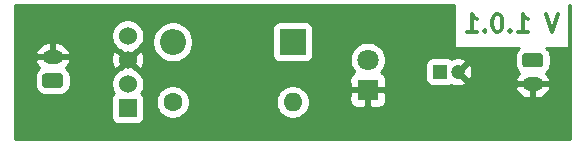
<source format=gbr>
G04 #@! TF.GenerationSoftware,KiCad,Pcbnew,(5.1.5)-3*
G04 #@! TF.CreationDate,2020-06-09T23:44:10+01:00*
G04 #@! TF.ProjectId,gardenlight,67617264-656e-46c6-9967-68742e6b6963,1.0.1*
G04 #@! TF.SameCoordinates,Original*
G04 #@! TF.FileFunction,Copper,L2,Bot*
G04 #@! TF.FilePolarity,Positive*
%FSLAX46Y46*%
G04 Gerber Fmt 4.6, Leading zero omitted, Abs format (unit mm)*
G04 Created by KiCad (PCBNEW (5.1.5)-3) date 2020-06-09 23:44:10*
%MOMM*%
%LPD*%
G04 APERTURE LIST*
%ADD10C,0.300000*%
%ADD11O,1.750000X1.200000*%
%ADD12C,0.150000*%
%ADD13R,1.200000X1.200000*%
%ADD14C,1.200000*%
%ADD15R,2.200000X2.200000*%
%ADD16O,2.200000X2.200000*%
%ADD17R,1.800000X1.800000*%
%ADD18C,1.800000*%
%ADD19C,1.600000*%
%ADD20O,1.600000X1.600000*%
%ADD21R,1.524000X1.524000*%
%ADD22C,1.524000*%
%ADD23C,0.254000*%
G04 APERTURE END LIST*
D10*
X143120571Y-81474571D02*
X142620571Y-82974571D01*
X142120571Y-81474571D01*
X139692000Y-82974571D02*
X140549142Y-82974571D01*
X140120571Y-82974571D02*
X140120571Y-81474571D01*
X140263428Y-81688857D01*
X140406285Y-81831714D01*
X140549142Y-81903142D01*
X139049142Y-82831714D02*
X138977714Y-82903142D01*
X139049142Y-82974571D01*
X139120571Y-82903142D01*
X139049142Y-82831714D01*
X139049142Y-82974571D01*
X138049142Y-81474571D02*
X137906285Y-81474571D01*
X137763428Y-81546000D01*
X137692000Y-81617428D01*
X137620571Y-81760285D01*
X137549142Y-82046000D01*
X137549142Y-82403142D01*
X137620571Y-82688857D01*
X137692000Y-82831714D01*
X137763428Y-82903142D01*
X137906285Y-82974571D01*
X138049142Y-82974571D01*
X138192000Y-82903142D01*
X138263428Y-82831714D01*
X138334857Y-82688857D01*
X138406285Y-82403142D01*
X138406285Y-82046000D01*
X138334857Y-81760285D01*
X138263428Y-81617428D01*
X138192000Y-81546000D01*
X138049142Y-81474571D01*
X136906285Y-82831714D02*
X136834857Y-82903142D01*
X136906285Y-82974571D01*
X136977714Y-82903142D01*
X136906285Y-82831714D01*
X136906285Y-82974571D01*
X135406285Y-82974571D02*
X136263428Y-82974571D01*
X135834857Y-82974571D02*
X135834857Y-81474571D01*
X135977714Y-81688857D01*
X136120571Y-81831714D01*
X136263428Y-81903142D01*
D11*
X140970000Y-87376000D03*
G04 #@! TA.AperFunction,ComponentPad*
D12*
G36*
X141619505Y-84777204D02*
G01*
X141643773Y-84780804D01*
X141667572Y-84786765D01*
X141690671Y-84795030D01*
X141712850Y-84805520D01*
X141733893Y-84818132D01*
X141753599Y-84832747D01*
X141771777Y-84849223D01*
X141788253Y-84867401D01*
X141802868Y-84887107D01*
X141815480Y-84908150D01*
X141825970Y-84930329D01*
X141834235Y-84953428D01*
X141840196Y-84977227D01*
X141843796Y-85001495D01*
X141845000Y-85025999D01*
X141845000Y-85726001D01*
X141843796Y-85750505D01*
X141840196Y-85774773D01*
X141834235Y-85798572D01*
X141825970Y-85821671D01*
X141815480Y-85843850D01*
X141802868Y-85864893D01*
X141788253Y-85884599D01*
X141771777Y-85902777D01*
X141753599Y-85919253D01*
X141733893Y-85933868D01*
X141712850Y-85946480D01*
X141690671Y-85956970D01*
X141667572Y-85965235D01*
X141643773Y-85971196D01*
X141619505Y-85974796D01*
X141595001Y-85976000D01*
X140344999Y-85976000D01*
X140320495Y-85974796D01*
X140296227Y-85971196D01*
X140272428Y-85965235D01*
X140249329Y-85956970D01*
X140227150Y-85946480D01*
X140206107Y-85933868D01*
X140186401Y-85919253D01*
X140168223Y-85902777D01*
X140151747Y-85884599D01*
X140137132Y-85864893D01*
X140124520Y-85843850D01*
X140114030Y-85821671D01*
X140105765Y-85798572D01*
X140099804Y-85774773D01*
X140096204Y-85750505D01*
X140095000Y-85726001D01*
X140095000Y-85025999D01*
X140096204Y-85001495D01*
X140099804Y-84977227D01*
X140105765Y-84953428D01*
X140114030Y-84930329D01*
X140124520Y-84908150D01*
X140137132Y-84887107D01*
X140151747Y-84867401D01*
X140168223Y-84849223D01*
X140186401Y-84832747D01*
X140206107Y-84818132D01*
X140227150Y-84805520D01*
X140249329Y-84795030D01*
X140272428Y-84786765D01*
X140296227Y-84780804D01*
X140320495Y-84777204D01*
X140344999Y-84776000D01*
X141595001Y-84776000D01*
X141619505Y-84777204D01*
G37*
G04 #@! TD.AperFunction*
D13*
X133120000Y-86360000D03*
D14*
X134620000Y-86360000D03*
D15*
X120650000Y-83820000D03*
D16*
X110490000Y-83820000D03*
D17*
X127000000Y-87884000D03*
D18*
X127000000Y-85344000D03*
D19*
X110490000Y-88900000D03*
D20*
X120650000Y-88900000D03*
G04 #@! TA.AperFunction,ComponentPad*
D12*
G36*
X100979505Y-86491204D02*
G01*
X101003773Y-86494804D01*
X101027572Y-86500765D01*
X101050671Y-86509030D01*
X101072850Y-86519520D01*
X101093893Y-86532132D01*
X101113599Y-86546747D01*
X101131777Y-86563223D01*
X101148253Y-86581401D01*
X101162868Y-86601107D01*
X101175480Y-86622150D01*
X101185970Y-86644329D01*
X101194235Y-86667428D01*
X101200196Y-86691227D01*
X101203796Y-86715495D01*
X101205000Y-86739999D01*
X101205000Y-87440001D01*
X101203796Y-87464505D01*
X101200196Y-87488773D01*
X101194235Y-87512572D01*
X101185970Y-87535671D01*
X101175480Y-87557850D01*
X101162868Y-87578893D01*
X101148253Y-87598599D01*
X101131777Y-87616777D01*
X101113599Y-87633253D01*
X101093893Y-87647868D01*
X101072850Y-87660480D01*
X101050671Y-87670970D01*
X101027572Y-87679235D01*
X101003773Y-87685196D01*
X100979505Y-87688796D01*
X100955001Y-87690000D01*
X99704999Y-87690000D01*
X99680495Y-87688796D01*
X99656227Y-87685196D01*
X99632428Y-87679235D01*
X99609329Y-87670970D01*
X99587150Y-87660480D01*
X99566107Y-87647868D01*
X99546401Y-87633253D01*
X99528223Y-87616777D01*
X99511747Y-87598599D01*
X99497132Y-87578893D01*
X99484520Y-87557850D01*
X99474030Y-87535671D01*
X99465765Y-87512572D01*
X99459804Y-87488773D01*
X99456204Y-87464505D01*
X99455000Y-87440001D01*
X99455000Y-86739999D01*
X99456204Y-86715495D01*
X99459804Y-86691227D01*
X99465765Y-86667428D01*
X99474030Y-86644329D01*
X99484520Y-86622150D01*
X99497132Y-86601107D01*
X99511747Y-86581401D01*
X99528223Y-86563223D01*
X99546401Y-86546747D01*
X99566107Y-86532132D01*
X99587150Y-86519520D01*
X99609329Y-86509030D01*
X99632428Y-86500765D01*
X99656227Y-86494804D01*
X99680495Y-86491204D01*
X99704999Y-86490000D01*
X100955001Y-86490000D01*
X100979505Y-86491204D01*
G37*
G04 #@! TD.AperFunction*
D11*
X100330000Y-85090000D03*
D21*
X106680000Y-89408000D03*
D22*
X106680000Y-87376000D03*
X106680000Y-85344000D03*
X106680000Y-83312000D03*
D23*
G36*
X134335572Y-84326000D02*
G01*
X139804816Y-84326000D01*
X139717038Y-84398038D01*
X139606595Y-84532613D01*
X139524528Y-84686149D01*
X139473992Y-84852745D01*
X139456928Y-85025999D01*
X139456928Y-85726001D01*
X139473992Y-85899255D01*
X139524528Y-86065851D01*
X139606595Y-86219387D01*
X139717038Y-86353962D01*
X139851613Y-86464405D01*
X139856406Y-86466967D01*
X139731922Y-86592526D01*
X139597579Y-86795467D01*
X139505409Y-87020718D01*
X139501538Y-87058391D01*
X139626269Y-87249000D01*
X140843000Y-87249000D01*
X140843000Y-87229000D01*
X141097000Y-87229000D01*
X141097000Y-87249000D01*
X142313731Y-87249000D01*
X142438462Y-87058391D01*
X142434591Y-87020718D01*
X142342421Y-86795467D01*
X142208078Y-86592526D01*
X142083594Y-86466967D01*
X142088387Y-86464405D01*
X142222962Y-86353962D01*
X142333405Y-86219387D01*
X142415472Y-86065851D01*
X142466008Y-85899255D01*
X142483072Y-85726001D01*
X142483072Y-85025999D01*
X142466008Y-84852745D01*
X142415472Y-84686149D01*
X142333405Y-84532613D01*
X142222962Y-84398038D01*
X142135184Y-84326000D01*
X144048429Y-84326000D01*
X144048429Y-80670000D01*
X144120000Y-80670000D01*
X144120001Y-92050000D01*
X97180000Y-92050000D01*
X97180000Y-88646000D01*
X105279928Y-88646000D01*
X105279928Y-90170000D01*
X105292188Y-90294482D01*
X105328498Y-90414180D01*
X105387463Y-90524494D01*
X105466815Y-90621185D01*
X105563506Y-90700537D01*
X105673820Y-90759502D01*
X105793518Y-90795812D01*
X105918000Y-90808072D01*
X107442000Y-90808072D01*
X107566482Y-90795812D01*
X107686180Y-90759502D01*
X107796494Y-90700537D01*
X107893185Y-90621185D01*
X107972537Y-90524494D01*
X108031502Y-90414180D01*
X108067812Y-90294482D01*
X108080072Y-90170000D01*
X108080072Y-88758665D01*
X109055000Y-88758665D01*
X109055000Y-89041335D01*
X109110147Y-89318574D01*
X109218320Y-89579727D01*
X109375363Y-89814759D01*
X109575241Y-90014637D01*
X109810273Y-90171680D01*
X110071426Y-90279853D01*
X110348665Y-90335000D01*
X110631335Y-90335000D01*
X110908574Y-90279853D01*
X111169727Y-90171680D01*
X111404759Y-90014637D01*
X111604637Y-89814759D01*
X111761680Y-89579727D01*
X111869853Y-89318574D01*
X111925000Y-89041335D01*
X111925000Y-88758665D01*
X119215000Y-88758665D01*
X119215000Y-89041335D01*
X119270147Y-89318574D01*
X119378320Y-89579727D01*
X119535363Y-89814759D01*
X119735241Y-90014637D01*
X119970273Y-90171680D01*
X120231426Y-90279853D01*
X120508665Y-90335000D01*
X120791335Y-90335000D01*
X121068574Y-90279853D01*
X121329727Y-90171680D01*
X121564759Y-90014637D01*
X121764637Y-89814759D01*
X121921680Y-89579727D01*
X122029853Y-89318574D01*
X122085000Y-89041335D01*
X122085000Y-88784000D01*
X125461928Y-88784000D01*
X125474188Y-88908482D01*
X125510498Y-89028180D01*
X125569463Y-89138494D01*
X125648815Y-89235185D01*
X125745506Y-89314537D01*
X125855820Y-89373502D01*
X125975518Y-89409812D01*
X126100000Y-89422072D01*
X126714250Y-89419000D01*
X126873000Y-89260250D01*
X126873000Y-88011000D01*
X127127000Y-88011000D01*
X127127000Y-89260250D01*
X127285750Y-89419000D01*
X127900000Y-89422072D01*
X128024482Y-89409812D01*
X128144180Y-89373502D01*
X128254494Y-89314537D01*
X128351185Y-89235185D01*
X128430537Y-89138494D01*
X128489502Y-89028180D01*
X128525812Y-88908482D01*
X128538072Y-88784000D01*
X128535000Y-88169750D01*
X128376250Y-88011000D01*
X127127000Y-88011000D01*
X126873000Y-88011000D01*
X125623750Y-88011000D01*
X125465000Y-88169750D01*
X125461928Y-88784000D01*
X122085000Y-88784000D01*
X122085000Y-88758665D01*
X122029853Y-88481426D01*
X121921680Y-88220273D01*
X121764637Y-87985241D01*
X121564759Y-87785363D01*
X121329727Y-87628320D01*
X121068574Y-87520147D01*
X120791335Y-87465000D01*
X120508665Y-87465000D01*
X120231426Y-87520147D01*
X119970273Y-87628320D01*
X119735241Y-87785363D01*
X119535363Y-87985241D01*
X119378320Y-88220273D01*
X119270147Y-88481426D01*
X119215000Y-88758665D01*
X111925000Y-88758665D01*
X111869853Y-88481426D01*
X111761680Y-88220273D01*
X111604637Y-87985241D01*
X111404759Y-87785363D01*
X111169727Y-87628320D01*
X110908574Y-87520147D01*
X110631335Y-87465000D01*
X110348665Y-87465000D01*
X110071426Y-87520147D01*
X109810273Y-87628320D01*
X109575241Y-87785363D01*
X109375363Y-87985241D01*
X109218320Y-88220273D01*
X109110147Y-88481426D01*
X109055000Y-88758665D01*
X108080072Y-88758665D01*
X108080072Y-88646000D01*
X108067812Y-88521518D01*
X108031502Y-88401820D01*
X107972537Y-88291506D01*
X107893185Y-88194815D01*
X107841425Y-88152337D01*
X107918005Y-88037727D01*
X108023314Y-87783490D01*
X108077000Y-87513592D01*
X108077000Y-87238408D01*
X108026396Y-86984000D01*
X125461928Y-86984000D01*
X125465000Y-87598250D01*
X125623750Y-87757000D01*
X126873000Y-87757000D01*
X126873000Y-87737000D01*
X127127000Y-87737000D01*
X127127000Y-87757000D01*
X128376250Y-87757000D01*
X128439641Y-87693609D01*
X139501538Y-87693609D01*
X139505409Y-87731282D01*
X139597579Y-87956533D01*
X139731922Y-88159474D01*
X139903275Y-88332307D01*
X140105054Y-88468390D01*
X140329504Y-88562493D01*
X140568000Y-88611000D01*
X140843000Y-88611000D01*
X140843000Y-87503000D01*
X141097000Y-87503000D01*
X141097000Y-88611000D01*
X141372000Y-88611000D01*
X141610496Y-88562493D01*
X141834946Y-88468390D01*
X142036725Y-88332307D01*
X142208078Y-88159474D01*
X142342421Y-87956533D01*
X142434591Y-87731282D01*
X142438462Y-87693609D01*
X142313731Y-87503000D01*
X141097000Y-87503000D01*
X140843000Y-87503000D01*
X139626269Y-87503000D01*
X139501538Y-87693609D01*
X128439641Y-87693609D01*
X128535000Y-87598250D01*
X128538072Y-86984000D01*
X128525812Y-86859518D01*
X128489502Y-86739820D01*
X128430537Y-86629506D01*
X128351185Y-86532815D01*
X128254494Y-86453463D01*
X128144180Y-86394498D01*
X128125873Y-86388944D01*
X128192312Y-86322505D01*
X128360299Y-86071095D01*
X128476011Y-85791743D01*
X128482325Y-85760000D01*
X131881928Y-85760000D01*
X131881928Y-86960000D01*
X131894188Y-87084482D01*
X131930498Y-87204180D01*
X131989463Y-87314494D01*
X132068815Y-87411185D01*
X132165506Y-87490537D01*
X132275820Y-87549502D01*
X132395518Y-87585812D01*
X132520000Y-87598072D01*
X133720000Y-87598072D01*
X133844482Y-87585812D01*
X133964180Y-87549502D01*
X134074494Y-87490537D01*
X134091681Y-87476432D01*
X134218516Y-87534237D01*
X134455313Y-87590000D01*
X134698438Y-87598495D01*
X134938549Y-87559395D01*
X135166418Y-87474202D01*
X135242852Y-87433348D01*
X135290159Y-87209764D01*
X134620000Y-86539605D01*
X134605858Y-86553748D01*
X134426253Y-86374143D01*
X134440395Y-86360000D01*
X134799605Y-86360000D01*
X135469764Y-87030159D01*
X135693348Y-86982852D01*
X135794237Y-86761484D01*
X135850000Y-86524687D01*
X135858495Y-86281562D01*
X135819395Y-86041451D01*
X135734202Y-85813582D01*
X135693348Y-85737148D01*
X135469764Y-85689841D01*
X134799605Y-86360000D01*
X134440395Y-86360000D01*
X134426253Y-86345858D01*
X134605858Y-86166253D01*
X134620000Y-86180395D01*
X135290159Y-85510236D01*
X135242852Y-85286652D01*
X135021484Y-85185763D01*
X134784687Y-85130000D01*
X134541562Y-85121505D01*
X134301451Y-85160605D01*
X134087883Y-85240451D01*
X134074494Y-85229463D01*
X133964180Y-85170498D01*
X133844482Y-85134188D01*
X133720000Y-85121928D01*
X132520000Y-85121928D01*
X132395518Y-85134188D01*
X132275820Y-85170498D01*
X132165506Y-85229463D01*
X132068815Y-85308815D01*
X131989463Y-85405506D01*
X131930498Y-85515820D01*
X131894188Y-85635518D01*
X131881928Y-85760000D01*
X128482325Y-85760000D01*
X128535000Y-85495184D01*
X128535000Y-85192816D01*
X128476011Y-84896257D01*
X128360299Y-84616905D01*
X128192312Y-84365495D01*
X127978505Y-84151688D01*
X127727095Y-83983701D01*
X127447743Y-83867989D01*
X127151184Y-83809000D01*
X126848816Y-83809000D01*
X126552257Y-83867989D01*
X126272905Y-83983701D01*
X126021495Y-84151688D01*
X125807688Y-84365495D01*
X125639701Y-84616905D01*
X125523989Y-84896257D01*
X125465000Y-85192816D01*
X125465000Y-85495184D01*
X125523989Y-85791743D01*
X125639701Y-86071095D01*
X125807688Y-86322505D01*
X125874127Y-86388944D01*
X125855820Y-86394498D01*
X125745506Y-86453463D01*
X125648815Y-86532815D01*
X125569463Y-86629506D01*
X125510498Y-86739820D01*
X125474188Y-86859518D01*
X125461928Y-86984000D01*
X108026396Y-86984000D01*
X108023314Y-86968510D01*
X107918005Y-86714273D01*
X107765120Y-86485465D01*
X107570535Y-86290880D01*
X107341727Y-86137995D01*
X107260917Y-86104522D01*
X106680000Y-85523605D01*
X106099083Y-86104522D01*
X106018273Y-86137995D01*
X105789465Y-86290880D01*
X105594880Y-86485465D01*
X105441995Y-86714273D01*
X105336686Y-86968510D01*
X105283000Y-87238408D01*
X105283000Y-87513592D01*
X105336686Y-87783490D01*
X105441995Y-88037727D01*
X105518575Y-88152337D01*
X105466815Y-88194815D01*
X105387463Y-88291506D01*
X105328498Y-88401820D01*
X105292188Y-88521518D01*
X105279928Y-88646000D01*
X97180000Y-88646000D01*
X97180000Y-86739999D01*
X98816928Y-86739999D01*
X98816928Y-87440001D01*
X98833992Y-87613255D01*
X98884528Y-87779851D01*
X98966595Y-87933387D01*
X99077038Y-88067962D01*
X99211613Y-88178405D01*
X99365149Y-88260472D01*
X99531745Y-88311008D01*
X99704999Y-88328072D01*
X100955001Y-88328072D01*
X101128255Y-88311008D01*
X101294851Y-88260472D01*
X101448387Y-88178405D01*
X101582962Y-88067962D01*
X101693405Y-87933387D01*
X101775472Y-87779851D01*
X101826008Y-87613255D01*
X101843072Y-87440001D01*
X101843072Y-86739999D01*
X101826008Y-86566745D01*
X101775472Y-86400149D01*
X101693405Y-86246613D01*
X101582962Y-86112038D01*
X101448387Y-86001595D01*
X101443594Y-85999033D01*
X101568078Y-85873474D01*
X101702421Y-85670533D01*
X101794591Y-85445282D01*
X101797598Y-85416017D01*
X105278090Y-85416017D01*
X105319078Y-85688133D01*
X105412364Y-85947023D01*
X105474344Y-86062980D01*
X105714435Y-86129960D01*
X106500395Y-85344000D01*
X106859605Y-85344000D01*
X107645565Y-86129960D01*
X107885656Y-86062980D01*
X108002756Y-85813952D01*
X108069023Y-85546865D01*
X108081910Y-85271983D01*
X108040922Y-84999867D01*
X107947636Y-84740977D01*
X107885656Y-84625020D01*
X107645565Y-84558040D01*
X106859605Y-85344000D01*
X106500395Y-85344000D01*
X105714435Y-84558040D01*
X105474344Y-84625020D01*
X105357244Y-84874048D01*
X105290977Y-85141135D01*
X105278090Y-85416017D01*
X101797598Y-85416017D01*
X101798462Y-85407609D01*
X101673731Y-85217000D01*
X100457000Y-85217000D01*
X100457000Y-85237000D01*
X100203000Y-85237000D01*
X100203000Y-85217000D01*
X98986269Y-85217000D01*
X98861538Y-85407609D01*
X98865409Y-85445282D01*
X98957579Y-85670533D01*
X99091922Y-85873474D01*
X99216406Y-85999033D01*
X99211613Y-86001595D01*
X99077038Y-86112038D01*
X98966595Y-86246613D01*
X98884528Y-86400149D01*
X98833992Y-86566745D01*
X98816928Y-86739999D01*
X97180000Y-86739999D01*
X97180000Y-84772391D01*
X98861538Y-84772391D01*
X98986269Y-84963000D01*
X100203000Y-84963000D01*
X100203000Y-83855000D01*
X100457000Y-83855000D01*
X100457000Y-84963000D01*
X101673731Y-84963000D01*
X101798462Y-84772391D01*
X101794591Y-84734718D01*
X101702421Y-84509467D01*
X101568078Y-84306526D01*
X101396725Y-84133693D01*
X101194946Y-83997610D01*
X100970496Y-83903507D01*
X100732000Y-83855000D01*
X100457000Y-83855000D01*
X100203000Y-83855000D01*
X99928000Y-83855000D01*
X99689504Y-83903507D01*
X99465054Y-83997610D01*
X99263275Y-84133693D01*
X99091922Y-84306526D01*
X98957579Y-84509467D01*
X98865409Y-84734718D01*
X98861538Y-84772391D01*
X97180000Y-84772391D01*
X97180000Y-83174408D01*
X105283000Y-83174408D01*
X105283000Y-83449592D01*
X105336686Y-83719490D01*
X105441995Y-83973727D01*
X105594880Y-84202535D01*
X105789465Y-84397120D01*
X106018273Y-84550005D01*
X106099083Y-84583478D01*
X106680000Y-85164395D01*
X107260917Y-84583478D01*
X107341727Y-84550005D01*
X107570535Y-84397120D01*
X107765120Y-84202535D01*
X107918005Y-83973727D01*
X108023314Y-83719490D01*
X108037312Y-83649117D01*
X108755000Y-83649117D01*
X108755000Y-83990883D01*
X108821675Y-84326081D01*
X108952463Y-84641831D01*
X109142337Y-84925998D01*
X109384002Y-85167663D01*
X109668169Y-85357537D01*
X109983919Y-85488325D01*
X110319117Y-85555000D01*
X110660883Y-85555000D01*
X110996081Y-85488325D01*
X111311831Y-85357537D01*
X111595998Y-85167663D01*
X111837663Y-84925998D01*
X112027537Y-84641831D01*
X112158325Y-84326081D01*
X112225000Y-83990883D01*
X112225000Y-83649117D01*
X112158325Y-83313919D01*
X112027537Y-82998169D01*
X111841671Y-82720000D01*
X118911928Y-82720000D01*
X118911928Y-84920000D01*
X118924188Y-85044482D01*
X118960498Y-85164180D01*
X119019463Y-85274494D01*
X119098815Y-85371185D01*
X119195506Y-85450537D01*
X119305820Y-85509502D01*
X119425518Y-85545812D01*
X119550000Y-85558072D01*
X121750000Y-85558072D01*
X121874482Y-85545812D01*
X121994180Y-85509502D01*
X122104494Y-85450537D01*
X122201185Y-85371185D01*
X122280537Y-85274494D01*
X122339502Y-85164180D01*
X122375812Y-85044482D01*
X122388072Y-84920000D01*
X122388072Y-82720000D01*
X122375812Y-82595518D01*
X122339502Y-82475820D01*
X122280537Y-82365506D01*
X122201185Y-82268815D01*
X122104494Y-82189463D01*
X121994180Y-82130498D01*
X121874482Y-82094188D01*
X121750000Y-82081928D01*
X119550000Y-82081928D01*
X119425518Y-82094188D01*
X119305820Y-82130498D01*
X119195506Y-82189463D01*
X119098815Y-82268815D01*
X119019463Y-82365506D01*
X118960498Y-82475820D01*
X118924188Y-82595518D01*
X118911928Y-82720000D01*
X111841671Y-82720000D01*
X111837663Y-82714002D01*
X111595998Y-82472337D01*
X111311831Y-82282463D01*
X110996081Y-82151675D01*
X110660883Y-82085000D01*
X110319117Y-82085000D01*
X109983919Y-82151675D01*
X109668169Y-82282463D01*
X109384002Y-82472337D01*
X109142337Y-82714002D01*
X108952463Y-82998169D01*
X108821675Y-83313919D01*
X108755000Y-83649117D01*
X108037312Y-83649117D01*
X108077000Y-83449592D01*
X108077000Y-83174408D01*
X108023314Y-82904510D01*
X107918005Y-82650273D01*
X107765120Y-82421465D01*
X107570535Y-82226880D01*
X107341727Y-82073995D01*
X107087490Y-81968686D01*
X106817592Y-81915000D01*
X106542408Y-81915000D01*
X106272510Y-81968686D01*
X106018273Y-82073995D01*
X105789465Y-82226880D01*
X105594880Y-82421465D01*
X105441995Y-82650273D01*
X105336686Y-82904510D01*
X105283000Y-83174408D01*
X97180000Y-83174408D01*
X97180000Y-80670000D01*
X134335572Y-80670000D01*
X134335572Y-84326000D01*
G37*
X134335572Y-84326000D02*
X139804816Y-84326000D01*
X139717038Y-84398038D01*
X139606595Y-84532613D01*
X139524528Y-84686149D01*
X139473992Y-84852745D01*
X139456928Y-85025999D01*
X139456928Y-85726001D01*
X139473992Y-85899255D01*
X139524528Y-86065851D01*
X139606595Y-86219387D01*
X139717038Y-86353962D01*
X139851613Y-86464405D01*
X139856406Y-86466967D01*
X139731922Y-86592526D01*
X139597579Y-86795467D01*
X139505409Y-87020718D01*
X139501538Y-87058391D01*
X139626269Y-87249000D01*
X140843000Y-87249000D01*
X140843000Y-87229000D01*
X141097000Y-87229000D01*
X141097000Y-87249000D01*
X142313731Y-87249000D01*
X142438462Y-87058391D01*
X142434591Y-87020718D01*
X142342421Y-86795467D01*
X142208078Y-86592526D01*
X142083594Y-86466967D01*
X142088387Y-86464405D01*
X142222962Y-86353962D01*
X142333405Y-86219387D01*
X142415472Y-86065851D01*
X142466008Y-85899255D01*
X142483072Y-85726001D01*
X142483072Y-85025999D01*
X142466008Y-84852745D01*
X142415472Y-84686149D01*
X142333405Y-84532613D01*
X142222962Y-84398038D01*
X142135184Y-84326000D01*
X144048429Y-84326000D01*
X144048429Y-80670000D01*
X144120000Y-80670000D01*
X144120001Y-92050000D01*
X97180000Y-92050000D01*
X97180000Y-88646000D01*
X105279928Y-88646000D01*
X105279928Y-90170000D01*
X105292188Y-90294482D01*
X105328498Y-90414180D01*
X105387463Y-90524494D01*
X105466815Y-90621185D01*
X105563506Y-90700537D01*
X105673820Y-90759502D01*
X105793518Y-90795812D01*
X105918000Y-90808072D01*
X107442000Y-90808072D01*
X107566482Y-90795812D01*
X107686180Y-90759502D01*
X107796494Y-90700537D01*
X107893185Y-90621185D01*
X107972537Y-90524494D01*
X108031502Y-90414180D01*
X108067812Y-90294482D01*
X108080072Y-90170000D01*
X108080072Y-88758665D01*
X109055000Y-88758665D01*
X109055000Y-89041335D01*
X109110147Y-89318574D01*
X109218320Y-89579727D01*
X109375363Y-89814759D01*
X109575241Y-90014637D01*
X109810273Y-90171680D01*
X110071426Y-90279853D01*
X110348665Y-90335000D01*
X110631335Y-90335000D01*
X110908574Y-90279853D01*
X111169727Y-90171680D01*
X111404759Y-90014637D01*
X111604637Y-89814759D01*
X111761680Y-89579727D01*
X111869853Y-89318574D01*
X111925000Y-89041335D01*
X111925000Y-88758665D01*
X119215000Y-88758665D01*
X119215000Y-89041335D01*
X119270147Y-89318574D01*
X119378320Y-89579727D01*
X119535363Y-89814759D01*
X119735241Y-90014637D01*
X119970273Y-90171680D01*
X120231426Y-90279853D01*
X120508665Y-90335000D01*
X120791335Y-90335000D01*
X121068574Y-90279853D01*
X121329727Y-90171680D01*
X121564759Y-90014637D01*
X121764637Y-89814759D01*
X121921680Y-89579727D01*
X122029853Y-89318574D01*
X122085000Y-89041335D01*
X122085000Y-88784000D01*
X125461928Y-88784000D01*
X125474188Y-88908482D01*
X125510498Y-89028180D01*
X125569463Y-89138494D01*
X125648815Y-89235185D01*
X125745506Y-89314537D01*
X125855820Y-89373502D01*
X125975518Y-89409812D01*
X126100000Y-89422072D01*
X126714250Y-89419000D01*
X126873000Y-89260250D01*
X126873000Y-88011000D01*
X127127000Y-88011000D01*
X127127000Y-89260250D01*
X127285750Y-89419000D01*
X127900000Y-89422072D01*
X128024482Y-89409812D01*
X128144180Y-89373502D01*
X128254494Y-89314537D01*
X128351185Y-89235185D01*
X128430537Y-89138494D01*
X128489502Y-89028180D01*
X128525812Y-88908482D01*
X128538072Y-88784000D01*
X128535000Y-88169750D01*
X128376250Y-88011000D01*
X127127000Y-88011000D01*
X126873000Y-88011000D01*
X125623750Y-88011000D01*
X125465000Y-88169750D01*
X125461928Y-88784000D01*
X122085000Y-88784000D01*
X122085000Y-88758665D01*
X122029853Y-88481426D01*
X121921680Y-88220273D01*
X121764637Y-87985241D01*
X121564759Y-87785363D01*
X121329727Y-87628320D01*
X121068574Y-87520147D01*
X120791335Y-87465000D01*
X120508665Y-87465000D01*
X120231426Y-87520147D01*
X119970273Y-87628320D01*
X119735241Y-87785363D01*
X119535363Y-87985241D01*
X119378320Y-88220273D01*
X119270147Y-88481426D01*
X119215000Y-88758665D01*
X111925000Y-88758665D01*
X111869853Y-88481426D01*
X111761680Y-88220273D01*
X111604637Y-87985241D01*
X111404759Y-87785363D01*
X111169727Y-87628320D01*
X110908574Y-87520147D01*
X110631335Y-87465000D01*
X110348665Y-87465000D01*
X110071426Y-87520147D01*
X109810273Y-87628320D01*
X109575241Y-87785363D01*
X109375363Y-87985241D01*
X109218320Y-88220273D01*
X109110147Y-88481426D01*
X109055000Y-88758665D01*
X108080072Y-88758665D01*
X108080072Y-88646000D01*
X108067812Y-88521518D01*
X108031502Y-88401820D01*
X107972537Y-88291506D01*
X107893185Y-88194815D01*
X107841425Y-88152337D01*
X107918005Y-88037727D01*
X108023314Y-87783490D01*
X108077000Y-87513592D01*
X108077000Y-87238408D01*
X108026396Y-86984000D01*
X125461928Y-86984000D01*
X125465000Y-87598250D01*
X125623750Y-87757000D01*
X126873000Y-87757000D01*
X126873000Y-87737000D01*
X127127000Y-87737000D01*
X127127000Y-87757000D01*
X128376250Y-87757000D01*
X128439641Y-87693609D01*
X139501538Y-87693609D01*
X139505409Y-87731282D01*
X139597579Y-87956533D01*
X139731922Y-88159474D01*
X139903275Y-88332307D01*
X140105054Y-88468390D01*
X140329504Y-88562493D01*
X140568000Y-88611000D01*
X140843000Y-88611000D01*
X140843000Y-87503000D01*
X141097000Y-87503000D01*
X141097000Y-88611000D01*
X141372000Y-88611000D01*
X141610496Y-88562493D01*
X141834946Y-88468390D01*
X142036725Y-88332307D01*
X142208078Y-88159474D01*
X142342421Y-87956533D01*
X142434591Y-87731282D01*
X142438462Y-87693609D01*
X142313731Y-87503000D01*
X141097000Y-87503000D01*
X140843000Y-87503000D01*
X139626269Y-87503000D01*
X139501538Y-87693609D01*
X128439641Y-87693609D01*
X128535000Y-87598250D01*
X128538072Y-86984000D01*
X128525812Y-86859518D01*
X128489502Y-86739820D01*
X128430537Y-86629506D01*
X128351185Y-86532815D01*
X128254494Y-86453463D01*
X128144180Y-86394498D01*
X128125873Y-86388944D01*
X128192312Y-86322505D01*
X128360299Y-86071095D01*
X128476011Y-85791743D01*
X128482325Y-85760000D01*
X131881928Y-85760000D01*
X131881928Y-86960000D01*
X131894188Y-87084482D01*
X131930498Y-87204180D01*
X131989463Y-87314494D01*
X132068815Y-87411185D01*
X132165506Y-87490537D01*
X132275820Y-87549502D01*
X132395518Y-87585812D01*
X132520000Y-87598072D01*
X133720000Y-87598072D01*
X133844482Y-87585812D01*
X133964180Y-87549502D01*
X134074494Y-87490537D01*
X134091681Y-87476432D01*
X134218516Y-87534237D01*
X134455313Y-87590000D01*
X134698438Y-87598495D01*
X134938549Y-87559395D01*
X135166418Y-87474202D01*
X135242852Y-87433348D01*
X135290159Y-87209764D01*
X134620000Y-86539605D01*
X134605858Y-86553748D01*
X134426253Y-86374143D01*
X134440395Y-86360000D01*
X134799605Y-86360000D01*
X135469764Y-87030159D01*
X135693348Y-86982852D01*
X135794237Y-86761484D01*
X135850000Y-86524687D01*
X135858495Y-86281562D01*
X135819395Y-86041451D01*
X135734202Y-85813582D01*
X135693348Y-85737148D01*
X135469764Y-85689841D01*
X134799605Y-86360000D01*
X134440395Y-86360000D01*
X134426253Y-86345858D01*
X134605858Y-86166253D01*
X134620000Y-86180395D01*
X135290159Y-85510236D01*
X135242852Y-85286652D01*
X135021484Y-85185763D01*
X134784687Y-85130000D01*
X134541562Y-85121505D01*
X134301451Y-85160605D01*
X134087883Y-85240451D01*
X134074494Y-85229463D01*
X133964180Y-85170498D01*
X133844482Y-85134188D01*
X133720000Y-85121928D01*
X132520000Y-85121928D01*
X132395518Y-85134188D01*
X132275820Y-85170498D01*
X132165506Y-85229463D01*
X132068815Y-85308815D01*
X131989463Y-85405506D01*
X131930498Y-85515820D01*
X131894188Y-85635518D01*
X131881928Y-85760000D01*
X128482325Y-85760000D01*
X128535000Y-85495184D01*
X128535000Y-85192816D01*
X128476011Y-84896257D01*
X128360299Y-84616905D01*
X128192312Y-84365495D01*
X127978505Y-84151688D01*
X127727095Y-83983701D01*
X127447743Y-83867989D01*
X127151184Y-83809000D01*
X126848816Y-83809000D01*
X126552257Y-83867989D01*
X126272905Y-83983701D01*
X126021495Y-84151688D01*
X125807688Y-84365495D01*
X125639701Y-84616905D01*
X125523989Y-84896257D01*
X125465000Y-85192816D01*
X125465000Y-85495184D01*
X125523989Y-85791743D01*
X125639701Y-86071095D01*
X125807688Y-86322505D01*
X125874127Y-86388944D01*
X125855820Y-86394498D01*
X125745506Y-86453463D01*
X125648815Y-86532815D01*
X125569463Y-86629506D01*
X125510498Y-86739820D01*
X125474188Y-86859518D01*
X125461928Y-86984000D01*
X108026396Y-86984000D01*
X108023314Y-86968510D01*
X107918005Y-86714273D01*
X107765120Y-86485465D01*
X107570535Y-86290880D01*
X107341727Y-86137995D01*
X107260917Y-86104522D01*
X106680000Y-85523605D01*
X106099083Y-86104522D01*
X106018273Y-86137995D01*
X105789465Y-86290880D01*
X105594880Y-86485465D01*
X105441995Y-86714273D01*
X105336686Y-86968510D01*
X105283000Y-87238408D01*
X105283000Y-87513592D01*
X105336686Y-87783490D01*
X105441995Y-88037727D01*
X105518575Y-88152337D01*
X105466815Y-88194815D01*
X105387463Y-88291506D01*
X105328498Y-88401820D01*
X105292188Y-88521518D01*
X105279928Y-88646000D01*
X97180000Y-88646000D01*
X97180000Y-86739999D01*
X98816928Y-86739999D01*
X98816928Y-87440001D01*
X98833992Y-87613255D01*
X98884528Y-87779851D01*
X98966595Y-87933387D01*
X99077038Y-88067962D01*
X99211613Y-88178405D01*
X99365149Y-88260472D01*
X99531745Y-88311008D01*
X99704999Y-88328072D01*
X100955001Y-88328072D01*
X101128255Y-88311008D01*
X101294851Y-88260472D01*
X101448387Y-88178405D01*
X101582962Y-88067962D01*
X101693405Y-87933387D01*
X101775472Y-87779851D01*
X101826008Y-87613255D01*
X101843072Y-87440001D01*
X101843072Y-86739999D01*
X101826008Y-86566745D01*
X101775472Y-86400149D01*
X101693405Y-86246613D01*
X101582962Y-86112038D01*
X101448387Y-86001595D01*
X101443594Y-85999033D01*
X101568078Y-85873474D01*
X101702421Y-85670533D01*
X101794591Y-85445282D01*
X101797598Y-85416017D01*
X105278090Y-85416017D01*
X105319078Y-85688133D01*
X105412364Y-85947023D01*
X105474344Y-86062980D01*
X105714435Y-86129960D01*
X106500395Y-85344000D01*
X106859605Y-85344000D01*
X107645565Y-86129960D01*
X107885656Y-86062980D01*
X108002756Y-85813952D01*
X108069023Y-85546865D01*
X108081910Y-85271983D01*
X108040922Y-84999867D01*
X107947636Y-84740977D01*
X107885656Y-84625020D01*
X107645565Y-84558040D01*
X106859605Y-85344000D01*
X106500395Y-85344000D01*
X105714435Y-84558040D01*
X105474344Y-84625020D01*
X105357244Y-84874048D01*
X105290977Y-85141135D01*
X105278090Y-85416017D01*
X101797598Y-85416017D01*
X101798462Y-85407609D01*
X101673731Y-85217000D01*
X100457000Y-85217000D01*
X100457000Y-85237000D01*
X100203000Y-85237000D01*
X100203000Y-85217000D01*
X98986269Y-85217000D01*
X98861538Y-85407609D01*
X98865409Y-85445282D01*
X98957579Y-85670533D01*
X99091922Y-85873474D01*
X99216406Y-85999033D01*
X99211613Y-86001595D01*
X99077038Y-86112038D01*
X98966595Y-86246613D01*
X98884528Y-86400149D01*
X98833992Y-86566745D01*
X98816928Y-86739999D01*
X97180000Y-86739999D01*
X97180000Y-84772391D01*
X98861538Y-84772391D01*
X98986269Y-84963000D01*
X100203000Y-84963000D01*
X100203000Y-83855000D01*
X100457000Y-83855000D01*
X100457000Y-84963000D01*
X101673731Y-84963000D01*
X101798462Y-84772391D01*
X101794591Y-84734718D01*
X101702421Y-84509467D01*
X101568078Y-84306526D01*
X101396725Y-84133693D01*
X101194946Y-83997610D01*
X100970496Y-83903507D01*
X100732000Y-83855000D01*
X100457000Y-83855000D01*
X100203000Y-83855000D01*
X99928000Y-83855000D01*
X99689504Y-83903507D01*
X99465054Y-83997610D01*
X99263275Y-84133693D01*
X99091922Y-84306526D01*
X98957579Y-84509467D01*
X98865409Y-84734718D01*
X98861538Y-84772391D01*
X97180000Y-84772391D01*
X97180000Y-83174408D01*
X105283000Y-83174408D01*
X105283000Y-83449592D01*
X105336686Y-83719490D01*
X105441995Y-83973727D01*
X105594880Y-84202535D01*
X105789465Y-84397120D01*
X106018273Y-84550005D01*
X106099083Y-84583478D01*
X106680000Y-85164395D01*
X107260917Y-84583478D01*
X107341727Y-84550005D01*
X107570535Y-84397120D01*
X107765120Y-84202535D01*
X107918005Y-83973727D01*
X108023314Y-83719490D01*
X108037312Y-83649117D01*
X108755000Y-83649117D01*
X108755000Y-83990883D01*
X108821675Y-84326081D01*
X108952463Y-84641831D01*
X109142337Y-84925998D01*
X109384002Y-85167663D01*
X109668169Y-85357537D01*
X109983919Y-85488325D01*
X110319117Y-85555000D01*
X110660883Y-85555000D01*
X110996081Y-85488325D01*
X111311831Y-85357537D01*
X111595998Y-85167663D01*
X111837663Y-84925998D01*
X112027537Y-84641831D01*
X112158325Y-84326081D01*
X112225000Y-83990883D01*
X112225000Y-83649117D01*
X112158325Y-83313919D01*
X112027537Y-82998169D01*
X111841671Y-82720000D01*
X118911928Y-82720000D01*
X118911928Y-84920000D01*
X118924188Y-85044482D01*
X118960498Y-85164180D01*
X119019463Y-85274494D01*
X119098815Y-85371185D01*
X119195506Y-85450537D01*
X119305820Y-85509502D01*
X119425518Y-85545812D01*
X119550000Y-85558072D01*
X121750000Y-85558072D01*
X121874482Y-85545812D01*
X121994180Y-85509502D01*
X122104494Y-85450537D01*
X122201185Y-85371185D01*
X122280537Y-85274494D01*
X122339502Y-85164180D01*
X122375812Y-85044482D01*
X122388072Y-84920000D01*
X122388072Y-82720000D01*
X122375812Y-82595518D01*
X122339502Y-82475820D01*
X122280537Y-82365506D01*
X122201185Y-82268815D01*
X122104494Y-82189463D01*
X121994180Y-82130498D01*
X121874482Y-82094188D01*
X121750000Y-82081928D01*
X119550000Y-82081928D01*
X119425518Y-82094188D01*
X119305820Y-82130498D01*
X119195506Y-82189463D01*
X119098815Y-82268815D01*
X119019463Y-82365506D01*
X118960498Y-82475820D01*
X118924188Y-82595518D01*
X118911928Y-82720000D01*
X111841671Y-82720000D01*
X111837663Y-82714002D01*
X111595998Y-82472337D01*
X111311831Y-82282463D01*
X110996081Y-82151675D01*
X110660883Y-82085000D01*
X110319117Y-82085000D01*
X109983919Y-82151675D01*
X109668169Y-82282463D01*
X109384002Y-82472337D01*
X109142337Y-82714002D01*
X108952463Y-82998169D01*
X108821675Y-83313919D01*
X108755000Y-83649117D01*
X108037312Y-83649117D01*
X108077000Y-83449592D01*
X108077000Y-83174408D01*
X108023314Y-82904510D01*
X107918005Y-82650273D01*
X107765120Y-82421465D01*
X107570535Y-82226880D01*
X107341727Y-82073995D01*
X107087490Y-81968686D01*
X106817592Y-81915000D01*
X106542408Y-81915000D01*
X106272510Y-81968686D01*
X106018273Y-82073995D01*
X105789465Y-82226880D01*
X105594880Y-82421465D01*
X105441995Y-82650273D01*
X105336686Y-82904510D01*
X105283000Y-83174408D01*
X97180000Y-83174408D01*
X97180000Y-80670000D01*
X134335572Y-80670000D01*
X134335572Y-84326000D01*
M02*

</source>
